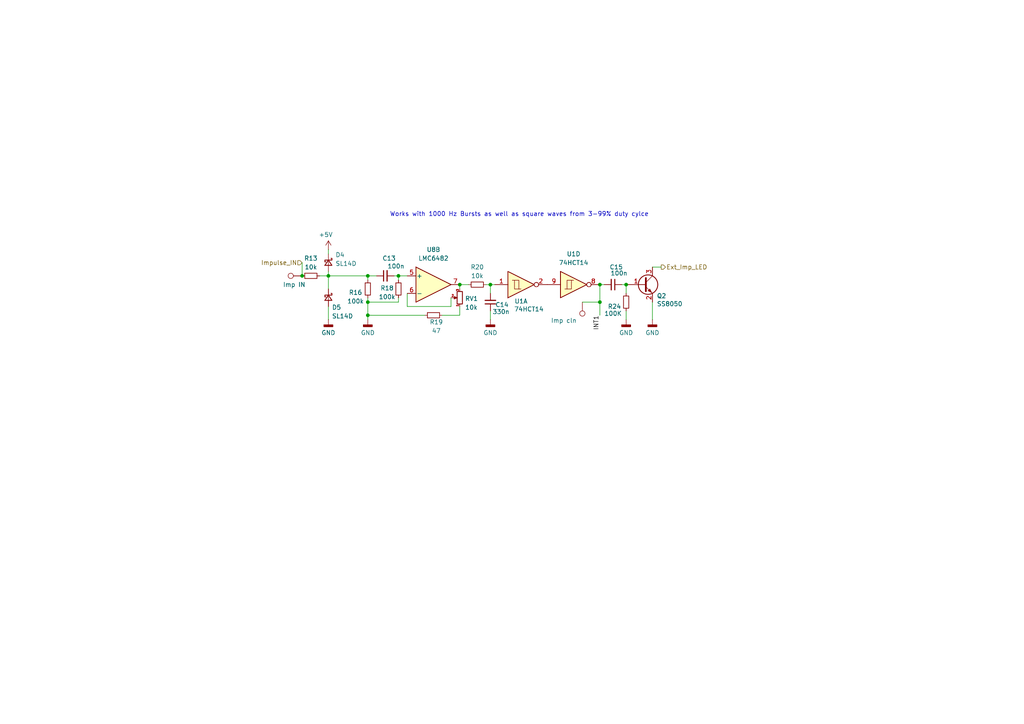
<source format=kicad_sch>
(kicad_sch (version 20231120) (generator "eeschema") (generator_version "8.0")
  (paper "A4")
  (lib_symbols
    (symbol "Amplifier_Operational:LMC6482" (pin_names (offset 0.127))
      (property "Reference" "U" (at 0 5.08 0))
      (property "Value" "LMC6482" (at 0 -5.08 0))
      (symbol "LMC6482_1_1"
        (polyline (pts (xy -5.08 5.08) (xy 5.08 0) (xy -5.08 -5.08) (xy -5.08 5.08)) (stroke (width 0.254)) (fill (type background)))
        (pin output line (at 7.62 0 180) (length 2.54) (name "~") (number "1"))
        (pin input line (at -7.62 -2.54 0) (length 2.54) (name "-") (number "2"))
        (pin input line (at -7.62 2.54 0) (length 2.54) (name "+") (number "3"))
      )
      (symbol "LMC6482_2_1"
        (polyline (pts (xy -5.08 5.08) (xy 5.08 0) (xy -5.08 -5.08) (xy -5.08 5.08)) (stroke (width 0.254)) (fill (type background)))
        (pin input line (at -7.62 2.54 0) (length 2.54) (name "+") (number "5"))
        (pin input line (at -7.62 -2.54 0) (length 2.54) (name "-") (number "6"))
        (pin output line (at 7.62 0 180) (length 2.54) (name "~") (number "7"))
      )
      (symbol "LMC6482_3_1"
        (pin power_in line (at -2.54 -7.62 90) (length 3.81) (name "V-") (number "4"))
        (pin power_in line (at -2.54 7.62 270) (length 3.81) (name "V+") (number "8"))
      )
    )
    (symbol "Device:C_Small" (pin_numbers hide) (pin_names (offset 0.254) hide)
      (property "Reference" "C" (at 0.254 1.778 0))
      (property "Value" "C_Small" (at 0.254 -2.032 0))
      (symbol "C_Small_0_1"
        (polyline (pts (xy -1.524 -0.508) (xy 1.524 -0.508)) (stroke (width 0.3302)))
        (polyline (pts (xy -1.524 0.508) (xy 1.524 0.508)) (stroke (width 0.3048)))
      )
      (symbol "C_Small_1_1"
        (pin passive line (at 0 2.54 270) (length 2.032) (name "~") (number "1"))
        (pin passive line (at 0 -2.54 90) (length 2.032) (name "~") (number "2"))
      )
    )
    (symbol "Device:D_Schottky_Small" (pin_numbers hide) (pin_names (offset 0.254) hide)
      (property "Reference" "D" (at -1.27 2.032 0))
      (property "Value" "D_Schottky_Small" (at -7.112 -2.032 0))
      (symbol "D_Schottky_Small_0_1"
        (polyline (pts (xy -0.762 0) (xy 0.762 0)))
        (polyline (pts (xy 0.762 -1.016) (xy -0.762 0) (xy 0.762 1.016) (xy 0.762 -1.016)) (stroke (width 0.254)))
        (polyline (pts (xy -1.27 0.762) (xy -1.27 1.016) (xy -0.762 1.016) (xy -0.762 -1.016) (xy -0.254 -1.016) (xy -0.254 -0.762)) (stroke (width 0.254)))
      )
      (symbol "D_Schottky_Small_1_1"
        (pin passive line (at -2.54 0 0) (length 1.778) (name "K") (number "1"))
        (pin passive line (at 2.54 0 180) (length 1.778) (name "A") (number "2"))
      )
    )
    (symbol "Device:R_Potentiometer_Small" (pin_names (offset 1.016) hide)
      (property "Reference" "RV" (at -4.445 0 90))
      (property "Value" "R_Potentiometer_Small" (at -2.54 0 90))
      (symbol "R_Potentiometer_Small_0_1"
        (polyline (pts (xy 0.889 0) (xy 0.635 0) (xy 1.651 0.381) (xy 1.651 -0.381) (xy 0.635 0) (xy 0.889 0)) (fill (type outline)))
        (rectangle (start 0.762 1.8034) (end -0.762 -1.8034) (stroke (width 0.254)))
      )
      (symbol "R_Potentiometer_Small_1_1"
        (pin passive line (at 0 2.54 270) (length 0.635) (name "1") (number "1"))
        (pin passive line (at 2.54 0 180) (length 0.9906) (name "2") (number "2"))
        (pin passive line (at 0 -2.54 90) (length 0.635) (name "3") (number "3"))
      )
    )
    (symbol "Device:R_Small" (pin_numbers hide) (pin_names (offset 0.254) hide)
      (property "Reference" "R" (at 0.762 0.508 0))
      (property "Value" "R_Small" (at 0.762 -1.016 0))
      (symbol "R_Small_0_1"
        (rectangle (start -0.762 1.778) (end 0.762 -1.778) (stroke (width 0.2032)))
      )
      (symbol "R_Small_1_1"
        (pin passive line (at 0 2.54 270) (length 0.762) (name "~") (number "1"))
        (pin passive line (at 0 -2.54 90) (length 0.762) (name "~") (number "2"))
      )
    )
    (symbol "Peacemans Teile:74HCT14" (pin_names (offset 1.016))
      (property "Reference" "U" (at 0 1.27 0))
      (property "Value" "74HCT14" (at 0 -1.27 0))
      (symbol "74HCT14_1_0"
        (polyline (pts (xy -3.81 3.81) (xy -3.81 -3.81) (xy 3.81 0) (xy -3.81 3.81)) (stroke (width 0.254)) (fill (type background)))
        (pin input line (at -7.62 0 0) (length 3.81) (name "~") (number "1"))
        (pin output inverted (at 7.62 0 180) (length 3.81) (name "~") (number "2"))
      )
      (symbol "74HCT14_1_1"
        (polyline (pts (xy -1.905 -1.27) (xy -1.905 1.27) (xy -0.635 1.27)))
        (polyline (pts (xy -2.54 -1.27) (xy -0.635 -1.27) (xy -0.635 1.27) (xy 0 1.27)))
      )
      (symbol "74HCT14_2_0"
        (polyline (pts (xy -3.81 3.81) (xy -3.81 -3.81) (xy 3.81 0) (xy -3.81 3.81)) (stroke (width 0.254)) (fill (type background)))
        (pin input line (at -7.62 0 0) (length 3.81) (name "~") (number "3"))
        (pin output inverted (at 7.62 0 180) (length 3.81) (name "~") (number "4"))
      )
      (symbol "74HCT14_2_1"
        (polyline (pts (xy -1.905 -1.27) (xy -1.905 1.27) (xy -0.635 1.27)))
        (polyline (pts (xy -2.54 -1.27) (xy -0.635 -1.27) (xy -0.635 1.27) (xy 0 1.27)))
      )
      (symbol "74HCT14_3_0"
        (polyline (pts (xy -3.81 3.81) (xy -3.81 -3.81) (xy 3.81 0) (xy -3.81 3.81)) (stroke (width 0.254)) (fill (type background)))
        (pin input line (at -7.62 0 0) (length 3.81) (name "~") (number "5"))
        (pin output inverted (at 7.62 0 180) (length 3.81) (name "~") (number "6"))
      )
      (symbol "74HCT14_3_1"
        (polyline (pts (xy -1.905 -1.27) (xy -1.905 1.27) (xy -0.635 1.27)))
        (polyline (pts (xy -2.54 -1.27) (xy -0.635 -1.27) (xy -0.635 1.27) (xy 0 1.27)))
      )
      (symbol "74HCT14_4_0"
        (polyline (pts (xy -3.81 3.81) (xy -3.81 -3.81) (xy 3.81 0) (xy -3.81 3.81)) (stroke (width 0.254)) (fill (type background)))
        (pin output inverted (at 7.62 0 180) (length 3.81) (name "~") (number "8"))
        (pin input line (at -7.62 0 0) (length 3.81) (name "~") (number "9"))
      )
      (symbol "74HCT14_4_1"
        (polyline (pts (xy -1.905 -1.27) (xy -1.905 1.27) (xy -0.635 1.27)))
        (polyline (pts (xy -2.54 -1.27) (xy -0.635 -1.27) (xy -0.635 1.27) (xy 0 1.27)))
      )
      (symbol "74HCT14_5_0"
        (polyline (pts (xy -3.81 3.81) (xy -3.81 -3.81) (xy 3.81 0) (xy -3.81 3.81)) (stroke (width 0.254)) (fill (type background)))
        (pin output inverted (at 7.62 0 180) (length 3.81) (name "~") (number "10"))
        (pin input line (at -7.62 0 0) (length 3.81) (name "~") (number "11"))
      )
      (symbol "74HCT14_5_1"
        (polyline (pts (xy -1.905 -1.27) (xy -1.905 1.27) (xy -0.635 1.27)))
        (polyline (pts (xy -2.54 -1.27) (xy -0.635 -1.27) (xy -0.635 1.27) (xy 0 1.27)))
      )
      (symbol "74HCT14_6_0"
        (polyline (pts (xy -3.81 3.81) (xy -3.81 -3.81) (xy 3.81 0) (xy -3.81 3.81)) (stroke (width 0.254)) (fill (type background)))
        (pin output inverted (at 7.62 0 180) (length 3.81) (name "~") (number "12"))
        (pin input line (at -7.62 0 0) (length 3.81) (name "~") (number "13"))
      )
      (symbol "74HCT14_6_1"
        (polyline (pts (xy -1.905 -1.27) (xy -1.905 1.27) (xy -0.635 1.27)))
        (polyline (pts (xy -2.54 -1.27) (xy -0.635 -1.27) (xy -0.635 1.27) (xy 0 1.27)))
      )
      (symbol "74HCT14_7_0"
        (pin power_in line (at 0 12.7 270) (length 5.08) (name "VCC") (number "14"))
        (pin power_in line (at 0 -12.7 90) (length 5.08) (name "GND") (number "7"))
      )
      (symbol "74HCT14_7_1"
        (rectangle (start -5.08 7.62) (end 5.08 -7.62) (stroke (width 0.254)) (fill (type background)))
      )
    )
    (symbol "Peacemans Teile:TestPoint_named" (pin_numbers hide) (pin_names (offset 0.762) hide)
      (symbol "TestPoint_named_0_1"
        (circle (center 0 3.302) (radius 0.762))
      )
      (symbol "TestPoint_named_1_1"
        (pin passive line (at 0 0 90) (length 2.54) (name "1") (number "1"))
      )
    )
    (symbol "Transistor_BJT:BC847" (pin_names (offset 0) hide)
      (property "Reference" "Q" (at 5.08 1.905 0))
      (property "Value" "BC847" (at 5.08 0 0))
      (symbol "BC847_0_1"
        (polyline (pts (xy 0.635 0.635) (xy 2.54 2.54)))
        (polyline (pts (xy 0.635 -0.635) (xy 2.54 -2.54) (xy 2.54 -2.54)))
        (polyline (pts (xy 0.635 1.905) (xy 0.635 -1.905) (xy 0.635 -1.905)) (stroke (width 0.508)))
        (polyline (pts (xy 1.27 -1.778) (xy 1.778 -1.27) (xy 2.286 -2.286) (xy 1.27 -1.778) (xy 1.27 -1.778)) (fill (type outline)))
        (circle (center 1.27 0) (radius 2.8194) (stroke (width 0.254)))
      )
      (symbol "BC847_1_1"
        (pin input line (at -5.08 0 0) (length 5.715) (name "B") (number "1"))
        (pin passive line (at 2.54 -5.08 90) (length 2.54) (name "E") (number "2"))
        (pin passive line (at 2.54 5.08 270) (length 2.54) (name "C") (number "3"))
      )
    )
    (symbol "power:+5V" (power) (pin_numbers hide) (pin_names (offset 0) hide)
      (property "Value" "+5V" (at 0 3.556 0))
      (symbol "+5V_0_1"
        (polyline (pts (xy -0.762 1.27) (xy 0 2.54)))
        (polyline (pts (xy 0 0) (xy 0 2.54)))
        (polyline (pts (xy 0 2.54) (xy 0.762 1.27)))
      )
      (symbol "+5V_1_1"
        (pin power_in line (at 0 0 90) (length 0) (name "~") (number "1"))
      )
    )
    (symbol "power:GNDD" (power) (pin_numbers hide) (pin_names (offset 0) hide)
      (property "Value" "GNDD" (at 0 -3.175 0))
      (symbol "GNDD_0_1"
        (rectangle (start -1.27 -1.524) (end 1.27 -2.032) (stroke (width 0.254)) (fill (type outline)))
        (polyline (pts (xy 0 0) (xy 0 -1.524)))
      )
      (symbol "GNDD_1_1"
        (pin power_in line (at 0 0 270) (length 0) (name "~") (number "1"))
      )
    )
  )
  (junction (at 106.68 80.01))
  (junction (at 181.61 82.55))
  (junction (at 133.35 82.55))
  (junction (at 115.57 80.01))
  (junction (at 173.99 82.55))
  (junction (at 95.25 80.01))
  (junction (at 106.68 87.63))
  (junction (at 173.99 87.63))
  (junction (at 106.68 91.44))
  (junction (at 87.63 80.01))
  (junction (at 142.24 82.55))
  (wire (pts (xy 95.25 80.01) (xy 106.68 80.01)))
  (wire (pts (xy 168.91 87.63) (xy 173.99 87.63)))
  (wire (pts (xy 180.34 82.55) (xy 181.61 82.55)))
  (wire (pts (xy 118.11 85.09) (xy 118.11 88.9)))
  (wire (pts (xy 115.57 80.01) (xy 118.11 80.01)))
  (wire (pts (xy 181.61 90.17) (xy 181.61 92.71)))
  (wire (pts (xy 92.71 80.01) (xy 95.25 80.01)))
  (wire (pts (xy 142.24 90.17) (xy 142.24 92.71)))
  (wire (pts (xy 95.25 88.9) (xy 95.25 92.71)))
  (wire (pts (xy 130.81 88.9) (xy 130.81 86.36)))
  (wire (pts (xy 106.68 80.01) (xy 106.68 81.28)))
  (wire (pts (xy 173.99 87.63) (xy 173.99 82.55)))
  (wire (pts (xy 133.35 82.55) (xy 135.89 82.55)))
  (wire (pts (xy 133.35 82.55) (xy 133.35 83.82)))
  (wire (pts (xy 115.57 87.63) (xy 106.68 87.63)))
  (wire (pts (xy 118.11 88.9) (xy 130.81 88.9)))
  (wire (pts (xy 115.57 86.36) (xy 115.57 87.63)))
  (wire (pts (xy 173.99 87.63) (xy 173.99 91.44)))
  (wire (pts (xy 115.57 81.28) (xy 115.57 80.01)))
  (wire (pts (xy 175.26 82.55) (xy 173.99 82.55)))
  (wire (pts (xy 142.24 82.55) (xy 142.24 85.09)))
  (wire (pts (xy 95.25 80.01) (xy 95.25 83.82)))
  (wire (pts (xy 87.63 76.2) (xy 87.63 80.01)))
  (wire (pts (xy 181.61 82.55) (xy 181.61 85.09)))
  (wire (pts (xy 95.25 78.74) (xy 95.25 80.01)))
  (wire (pts (xy 189.23 77.47) (xy 191.77 77.47)))
  (wire (pts (xy 95.25 72.39) (xy 95.25 73.66)))
  (wire (pts (xy 143.51 82.55) (xy 142.24 82.55)))
  (wire (pts (xy 114.3 80.01) (xy 115.57 80.01)))
  (wire (pts (xy 123.19 91.44) (xy 106.68 91.44)))
  (wire (pts (xy 106.68 92.71) (xy 106.68 91.44)))
  (wire (pts (xy 133.35 88.9) (xy 133.35 91.44)))
  (wire (pts (xy 106.68 87.63) (xy 106.68 91.44)))
  (wire (pts (xy 133.35 91.44) (xy 128.27 91.44)))
  (wire (pts (xy 140.97 82.55) (xy 142.24 82.55)))
  (wire (pts (xy 106.68 80.01) (xy 109.22 80.01)))
  (wire (pts (xy 106.68 86.36) (xy 106.68 87.63)))
  (wire (pts (xy 189.23 87.63) (xy 189.23 92.71)))
  (text "Works with 1000 Hz Bursts as well as square waves from 3-99% duty cylce" (at 150.622 62.23 0) (effects (font (size 1.27 1.27))))
  (label "INT1" (at 173.99 91.44 270))
  (hierarchical_label "Ext_Imp_LED" (shape output) (at 191.77 77.47 0))
  (hierarchical_label "Impulse_IN" (shape input) (at 87.63 76.2 180))
  (symbol (lib_id "Device:C_Small") (at 111.76 80.01 90) (unit 1)
    (property "Reference" "C13" (at 114.808 74.93 90) (effects (justify left)))
    (property "Value" "100n" (at 117.348 77.216 90) (effects (justify left)))
    (property "Footprint" "Capacitor_SMD:C_0603_1608Metric" (effects (hide yes)))
  )
  (symbol (lib_id "power:GNDD") (at 95.25 92.71 0) (unit 1)
    (property "Reference" "#PWR031" (effects (hide yes)))
    (property "Value" "GND" (at 95.25 96.52 0))
    (property "Description" "Power symbol creates a global label with name \"GNDD\" , digital ground" (effects (hide yes)))
  )
  (symbol (lib_id "Peacemans Teile:TestPoint_named") (at 168.91 87.63 180) (unit 1)
    (property "Reference" "TP11" (effects (hide yes)))
    (property "Value" "Imp cln" (at 159.766 92.964 0) (effects (justify right)))
    (property "Footprint" "TestPoint:TestPoint_Pad_D1.0mm" (effects (hide yes)))
    (property "Description" "test point" (effects (hide yes)))
  )
  (symbol (lib_id "Peacemans Teile:TestPoint_named") (at 87.63 80.01 90) (unit 1)
    (property "Reference" "TP10" (effects (hide yes)))
    (property "Value" "Imp IN" (at 82.042 82.55 90) (effects (justify right)))
    (property "Footprint" "TestPoint:TestPoint_Pad_D1.0mm" (effects (hide yes)))
    (property "Description" "test point" (effects (hide yes)))
  )
  (symbol (lib_id "Transistor_BJT:BC847") (at 186.69 82.55 0) (unit 1)
    (property "Reference" "Q2" (at 190.5 85.8266 0) (effects (justify left)))
    (property "Value" "SS8050" (at 190.5 88.138 0) (effects (justify left)))
    (property "Footprint" "Package_TO_SOT_SMD:SOT-23" (effects (hide yes)))
    (property "Datasheet" "https://www.mouser.de/datasheet/2/308/BC846ALT1-D-1293035.pdf" (effects (hide yes)))
  )
  (symbol (lib_id "Device:R_Small") (at 181.61 87.63 0) (unit 1)
    (property "Reference" "R24" (at 176.276 88.9 0) (effects (justify left)))
    (property "Value" "100K" (at 175.26 90.932 0) (effects (justify left)))
    (property "Footprint" "Resistor_SMD:R_0603_1608Metric" (effects (hide yes)))
    (property "LCSC" "C26010" (effects (hide yes)))
    (property "Inventory" "B" (effects (hide yes)))
  )
  (symbol (lib_id "power:GNDD") (at 189.23 92.71 0) (unit 1)
    (property "Reference" "#PWR042" (effects (hide yes)))
    (property "Value" "GND" (at 189.23 96.52 0))
    (property "Description" "Power symbol creates a global label with name \"GNDD\" , digital ground" (effects (hide yes)))
  )
  (symbol (lib_id "power:GNDD") (at 181.61 92.71 0) (unit 1)
    (property "Reference" "#PWR037" (effects (hide yes)))
    (property "Value" "GND" (at 181.61 96.52 0))
    (property "Description" "Power symbol creates a global label with name \"GNDD\" , digital ground" (effects (hide yes)))
  )
  (symbol (lib_id "Device:R_Small") (at 90.17 80.01 270) (unit 1)
    (property "Reference" "R13" (at 90.17 74.93 90))
    (property "Value" "10k" (at 90.17 77.47 90))
    (property "Footprint" "Resistor_SMD:R_0603_1608Metric" (effects (hide yes)))
  )
  (symbol (lib_id "Device:R_Potentiometer_Small") (at 133.35 86.36 180) (unit 1)
    (property "Reference" "RV1" (at 134.874 86.614 0) (effects (justify right)))
    (property "Value" "10k" (at 134.874 89.154 0) (effects (justify right)))
    (property "Footprint" "easyEDA:RES-SMD_RK10J11R0A0H" (effects (hide yes)))
    (property "Description" "Potentiometer" (effects (hide yes)))
  )
  (symbol (lib_id "Peacemans Teile:74HCT14") (at 166.37 82.55 0) (unit 4)
    (property "Reference" "U1" (at 166.37 73.66 0))
    (property "Value" "74HCT14" (at 166.37 76.2 0))
    (property "Footprint" "Package_SO:TSSOP-14_4.4x5mm_P0.65mm" (effects (hide yes)))
    (property "Datasheet" "https://www.ti.com/lit/ds/symlink/sn74hct14.pdf" (effects (hide yes)))
    (property "Description" "Hex inverter schmitt trigger" (effects (hide yes)))
    (property "LCSC" "C5968" (effects (hide yes)))
  )
  (symbol (lib_id "Amplifier_Operational:LMC6482") (at 125.73 82.55 0) (unit 2)
    (property "Reference" "U8" (at 125.73 72.39 0))
    (property "Value" "LMC6482" (at 125.73 74.93 0))
    (property "Footprint" "Package_SO:SOIC-8_3.9x4.9mm_P1.27mm" (effects (hide yes)))
    (property "Datasheet" "http://www.ti.com/lit/ds/symlink/lmc6482.pdf" (effects (hide yes)))
    (property "Description" "Dual CMOS Rail-to-Rail Input and Output Operational Amplifier, DIP-8/SOIC-8, SSOP-8" (effects (hide yes)))
  )
  (symbol (lib_id "power:GNDD") (at 106.68 92.71 0) (unit 1)
    (property "Reference" "#PWR033" (effects (hide yes)))
    (property "Value" "GND" (at 106.68 96.52 0))
    (property "Description" "Power symbol creates a global label with name \"GNDD\" , digital ground" (effects (hide yes)))
  )
  (symbol (lib_id "Device:C_Small") (at 177.8 82.55 270) (unit 1)
    (property "Reference" "C15" (at 176.784 77.47 90) (effects (justify left)))
    (property "Value" "100n" (at 177.038 79.248 90) (effects (justify left)))
    (property "Footprint" "Capacitor_SMD:C_0603_1608Metric" (effects (hide yes)))
  )
  (symbol (lib_id "power:GNDD") (at 142.24 92.71 0) (unit 1)
    (property "Reference" "#PWR035" (effects (hide yes)))
    (property "Value" "GND" (at 142.24 96.52 0))
    (property "Description" "Power symbol creates a global label with name \"GNDD\" , digital ground" (effects (hide yes)))
  )
  (symbol (lib_id "Device:R_Small") (at 125.73 91.44 270) (unit 1)
    (property "Reference" "R19" (at 126.5555 93.4085 90))
    (property "Value" "47" (at 126.5555 95.9485 90))
    (property "Footprint" "Resistor_SMD:R_0603_1608Metric" (effects (hide yes)))
  )
  (symbol (lib_id "power:+5V") (at 95.25 72.39 0) (unit 1)
    (property "Reference" "#PWR030" (effects (hide yes)))
    (property "Value" "+5V" (at 94.488 68.072 0))
    (property "Description" "Power symbol creates a global label with name \"+5V\"" (effects (hide yes)))
  )
  (symbol (lib_id "Peacemans Teile:74HCT14") (at 151.13 82.55 0) (mirror x) (unit 1)
    (property "Reference" "U1" (at 151.13 87.376 0))
    (property "Value" "74HCT14" (at 153.416 89.662 0))
    (property "Footprint" "Package_SO:TSSOP-14_4.4x5mm_P0.65mm" (effects (hide yes)))
    (property "Datasheet" "https://www.ti.com/lit/ds/symlink/sn74hct14.pdf" (effects (hide yes)))
    (property "Description" "Hex inverter schmitt trigger" (effects (hide yes)))
    (property "LCSC" "C5968" (effects (hide yes)))
  )
  (symbol (lib_id "Device:R_Small") (at 106.68 83.82 180) (unit 1)
    (property "Reference" "R16" (at 103.124 84.836 0))
    (property "Value" "100k" (at 103.124 87.376 0))
    (property "Footprint" "Resistor_SMD:R_0603_1608Metric" (effects (hide yes)))
  )
  (symbol (lib_id "Device:R_Small") (at 138.43 82.55 270) (unit 1)
    (property "Reference" "R20" (at 138.43 77.47 90))
    (property "Value" "10k" (at 138.43 80.01 90))
    (property "Footprint" "Resistor_SMD:R_0603_1608Metric" (effects (hide yes)))
  )
  (symbol (lib_id "Device:D_Schottky_Small") (at 95.25 76.2 270) (unit 1)
    (property "Reference" "D4" (at 97.282 73.914 90) (effects (justify left)))
    (property "Value" "SL14D" (at 97.282 76.454 90) (effects (justify left)))
    (property "Footprint" "Diode_SMD:D_SMA" (effects (hide yes)))
    (property "Description" "Schottky diode, small symbol" (effects (hide yes)))
  )
  (symbol (lib_id "Device:C_Small") (at 142.24 87.63 180) (unit 1)
    (property "Reference" "C14" (at 147.574 88.392 0) (effects (justify left)))
    (property "Value" "330n" (at 147.828 90.424 0) (effects (justify left)))
    (property "Footprint" "Capacitor_SMD:C_0603_1608Metric" (effects (hide yes)))
  )
  (symbol (lib_id "Device:R_Small") (at 115.57 83.82 180) (unit 1)
    (property "Reference" "R18" (at 112.268 83.566 0))
    (property "Value" "100k" (at 112.268 86.106 0))
    (property "Footprint" "Resistor_SMD:R_0603_1608Metric" (effects (hide yes)))
  )
  (symbol (lib_id "Device:D_Schottky_Small") (at 95.25 86.36 270) (unit 1)
    (property "Reference" "D5" (at 96.266 89.154 90) (effects (justify left)))
    (property "Value" "SL14D" (at 96.266 91.694 90) (effects (justify left)))
    (property "Footprint" "Diode_SMD:D_SMA" (effects (hide yes)))
    (property "Description" "Schottky diode, small symbol" (effects (hide yes)))
  )
)
</source>
